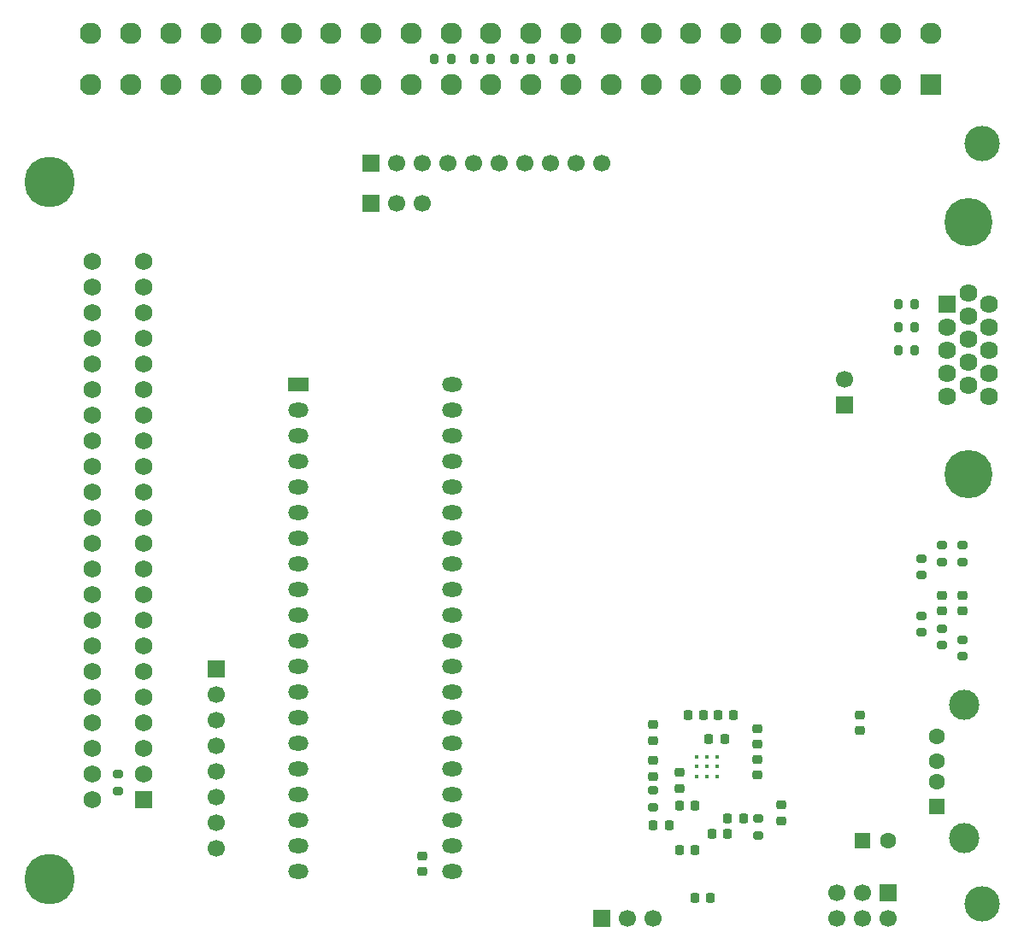
<source format=gbs>
G04 #@! TF.GenerationSoftware,KiCad,Pcbnew,9.0.7*
G04 #@! TF.CreationDate,2026-02-02T16:02:05+11:00*
G04 #@! TF.ProjectId,FlashCartProgrammer,466c6173-6843-4617-9274-50726f677261,rev?*
G04 #@! TF.SameCoordinates,Original*
G04 #@! TF.FileFunction,Soldermask,Bot*
G04 #@! TF.FilePolarity,Negative*
%FSLAX46Y46*%
G04 Gerber Fmt 4.6, Leading zero omitted, Abs format (unit mm)*
G04 Created by KiCad (PCBNEW 9.0.7) date 2026-02-02 16:02:05*
%MOMM*%
%LPD*%
G01*
G04 APERTURE LIST*
G04 Aperture macros list*
%AMRoundRect*
0 Rectangle with rounded corners*
0 $1 Rounding radius*
0 $2 $3 $4 $5 $6 $7 $8 $9 X,Y pos of 4 corners*
0 Add a 4 corners polygon primitive as box body*
4,1,4,$2,$3,$4,$5,$6,$7,$8,$9,$2,$3,0*
0 Add four circle primitives for the rounded corners*
1,1,$1+$1,$2,$3*
1,1,$1+$1,$4,$5*
1,1,$1+$1,$6,$7*
1,1,$1+$1,$8,$9*
0 Add four rect primitives between the rounded corners*
20,1,$1+$1,$2,$3,$4,$5,0*
20,1,$1+$1,$4,$5,$6,$7,0*
20,1,$1+$1,$6,$7,$8,$9,0*
20,1,$1+$1,$8,$9,$2,$3,0*%
G04 Aperture macros list end*
%ADD10C,4.770000*%
%ADD11R,1.785000X1.785000*%
%ADD12C,1.785000*%
%ADD13R,1.700000X1.700000*%
%ADD14C,1.700000*%
%ADD15C,3.500000*%
%ADD16C,0.425000*%
%ADD17RoundRect,0.250000X-0.550000X-0.550000X0.550000X-0.550000X0.550000X0.550000X-0.550000X0.550000X0*%
%ADD18C,1.600000*%
%ADD19R,2.130000X2.130000*%
%ADD20C,2.130000*%
%ADD21C,5.000000*%
%ADD22C,1.750000*%
%ADD23R,1.500000X1.600000*%
%ADD24C,3.000000*%
%ADD25R,2.000000X1.440000*%
%ADD26O,2.000000X1.440000*%
%ADD27RoundRect,0.225000X0.250000X-0.225000X0.250000X0.225000X-0.250000X0.225000X-0.250000X-0.225000X0*%
%ADD28RoundRect,0.225000X-0.250000X0.225000X-0.250000X-0.225000X0.250000X-0.225000X0.250000X0.225000X0*%
%ADD29RoundRect,0.200000X0.200000X0.275000X-0.200000X0.275000X-0.200000X-0.275000X0.200000X-0.275000X0*%
%ADD30RoundRect,0.200000X0.275000X-0.200000X0.275000X0.200000X-0.275000X0.200000X-0.275000X-0.200000X0*%
%ADD31RoundRect,0.225000X-0.225000X-0.250000X0.225000X-0.250000X0.225000X0.250000X-0.225000X0.250000X0*%
%ADD32RoundRect,0.200000X-0.275000X0.200000X-0.275000X-0.200000X0.275000X-0.200000X0.275000X0.200000X0*%
%ADD33RoundRect,0.225000X0.225000X0.250000X-0.225000X0.250000X-0.225000X-0.250000X0.225000X-0.250000X0*%
G04 APERTURE END LIST*
D10*
X189630000Y-102290000D03*
X189630000Y-77300000D03*
D11*
X187530000Y-85480000D03*
D12*
X187530000Y-87770000D03*
X187530000Y-90060000D03*
X187530000Y-92350000D03*
X187530000Y-94640000D03*
X189630000Y-84340000D03*
X189630000Y-86630000D03*
X189630000Y-88920000D03*
X189630000Y-91210000D03*
X189630000Y-93500000D03*
X191710000Y-85480000D03*
X191710000Y-87770000D03*
X191710000Y-90060000D03*
X191710000Y-92350000D03*
X191710000Y-94640000D03*
D13*
X130470000Y-75500000D03*
D14*
X133010000Y-75500000D03*
X135550000Y-75500000D03*
D13*
X153330000Y-146370000D03*
D14*
X155870000Y-146370000D03*
X158410000Y-146370000D03*
D13*
X177335000Y-95460000D03*
D14*
X177335000Y-92920000D03*
D15*
X190960000Y-144850000D03*
D13*
X181710000Y-143830000D03*
D14*
X181710000Y-146370000D03*
X179170000Y-143830000D03*
X179170000Y-146370000D03*
X176630000Y-143830000D03*
X176630000Y-146370000D03*
D16*
X164740035Y-130293363D03*
X163740035Y-130293363D03*
X162740035Y-130293363D03*
X164740035Y-131293363D03*
X163740035Y-131293363D03*
X162740035Y-131293363D03*
X164740035Y-132293363D03*
X163740035Y-132293363D03*
X162740035Y-132293363D03*
D17*
X179170000Y-138620000D03*
D18*
X181670000Y-138620000D03*
D19*
X185910000Y-63700000D03*
D20*
X181950000Y-63700000D03*
X177990000Y-63700000D03*
X174030000Y-63700000D03*
X170070000Y-63700000D03*
X166110000Y-63700000D03*
X162150000Y-63700000D03*
X158190000Y-63700000D03*
X154230000Y-63700000D03*
X150270000Y-63700000D03*
X146310000Y-63700000D03*
X142350000Y-63700000D03*
X138390000Y-63700000D03*
X134430000Y-63700000D03*
X130470000Y-63700000D03*
X126510000Y-63700000D03*
X122550000Y-63700000D03*
X118590000Y-63700000D03*
X114630000Y-63700000D03*
X110670000Y-63700000D03*
X106710000Y-63700000D03*
X102700000Y-63700000D03*
X185910000Y-58620000D03*
X181950000Y-58620000D03*
X177990000Y-58620000D03*
X174030000Y-58620000D03*
X170070000Y-58620000D03*
X166110000Y-58620000D03*
X162150000Y-58620000D03*
X158190000Y-58620000D03*
X154230000Y-58620000D03*
X150270000Y-58620000D03*
X146310000Y-58620000D03*
X142350000Y-58620000D03*
X138390000Y-58620000D03*
X134430000Y-58620000D03*
X130470000Y-58620000D03*
X126510000Y-58620000D03*
X122550000Y-58620000D03*
X118590000Y-58620000D03*
X114630000Y-58620000D03*
X110670000Y-58620000D03*
X106710000Y-58620000D03*
X102700000Y-58620000D03*
D15*
X190960000Y-69570000D03*
D13*
X130470000Y-71500000D03*
D14*
X133010000Y-71500000D03*
X135550000Y-71500000D03*
X138090000Y-71500000D03*
X140630000Y-71500000D03*
X143170000Y-71500000D03*
X145710000Y-71500000D03*
X148250000Y-71500000D03*
X150790000Y-71500000D03*
X153330000Y-71500000D03*
D21*
X98629800Y-73381400D03*
X98629800Y-142471400D03*
D13*
X107969800Y-134596400D03*
D22*
X107969800Y-132056400D03*
X107969800Y-129516400D03*
X107969800Y-126976400D03*
X107969800Y-124436400D03*
X107969800Y-121896400D03*
X107969800Y-119356400D03*
X107969800Y-116816400D03*
X107969800Y-114276400D03*
X107969800Y-111736400D03*
X107969800Y-109196400D03*
X107969800Y-106656400D03*
X107969800Y-104116400D03*
X107969800Y-101576400D03*
X107969800Y-99036400D03*
X107969800Y-96496400D03*
X107969800Y-93956400D03*
X107969800Y-91416400D03*
X107969800Y-88876400D03*
X107969800Y-86336400D03*
X107969800Y-83796400D03*
X107969800Y-81256400D03*
X102889800Y-134596400D03*
X102889800Y-132056400D03*
X102889800Y-129516400D03*
X102889800Y-126976400D03*
X102889800Y-124436400D03*
X102889800Y-121896400D03*
X102889800Y-119356400D03*
X102889800Y-116816400D03*
X102889800Y-114276400D03*
X102889800Y-111736400D03*
X102889800Y-109196400D03*
X102889800Y-106656400D03*
X102889800Y-104116400D03*
X102889800Y-101576400D03*
X102889800Y-99036400D03*
X102889800Y-96496400D03*
X102889800Y-93956400D03*
X102889800Y-91416400D03*
X102889800Y-88876400D03*
X102889800Y-86336400D03*
X102889800Y-83796400D03*
X102889800Y-81256400D03*
D13*
X115120000Y-121610000D03*
D14*
X115120000Y-124150000D03*
X115120000Y-126690000D03*
X115120000Y-129230000D03*
X115120000Y-131770000D03*
X115120000Y-134310000D03*
X115120000Y-136850000D03*
X115120000Y-139390000D03*
D23*
X186530000Y-135270000D03*
D18*
X186530000Y-132770000D03*
X186530000Y-130770000D03*
X186530000Y-128270000D03*
D24*
X189240000Y-138340000D03*
X189240000Y-125200000D03*
D25*
X123260000Y-93400000D03*
D26*
X123260000Y-95940000D03*
X123260000Y-98480000D03*
X123260000Y-101020000D03*
X123260000Y-103560000D03*
X123260000Y-106100000D03*
X123260000Y-108640000D03*
X123260000Y-111180000D03*
X123260000Y-113720000D03*
X123260000Y-116260000D03*
X123260000Y-118800000D03*
X123260000Y-121340000D03*
X123260000Y-123880000D03*
X123260000Y-126420000D03*
X123260000Y-128960000D03*
X123260000Y-131500000D03*
X123260000Y-134040000D03*
X123260000Y-136580000D03*
X123260000Y-139120000D03*
X123260000Y-141660000D03*
X138500000Y-141660000D03*
X138500000Y-139120000D03*
X138500000Y-136580000D03*
X138500000Y-134040000D03*
X138500000Y-131500000D03*
X138500000Y-128960000D03*
X138500000Y-126420000D03*
X138500000Y-123880000D03*
X138500000Y-121340000D03*
X138500000Y-118800000D03*
X138500000Y-116260000D03*
X138500000Y-113720000D03*
X138500000Y-111180000D03*
X138500000Y-108640000D03*
X138500000Y-106100000D03*
X138500000Y-103560000D03*
X138500000Y-101020000D03*
X138500000Y-98480000D03*
X138500000Y-95940000D03*
X138500000Y-93400000D03*
D27*
X171090035Y-136639863D03*
X171090035Y-135089863D03*
D28*
X168740035Y-127539863D03*
X168740035Y-129089863D03*
D29*
X142350000Y-61160000D03*
X140700000Y-61160000D03*
D28*
X158440035Y-127139863D03*
X158440035Y-128689863D03*
D30*
X189013412Y-110990000D03*
X189013412Y-109340000D03*
D31*
X165790035Y-136439863D03*
X167340035Y-136439863D03*
D32*
X187010000Y-117590000D03*
X187010000Y-119240000D03*
D33*
X163415035Y-126139863D03*
X161865035Y-126139863D03*
D29*
X138390000Y-61160000D03*
X136740000Y-61160000D03*
D32*
X185010000Y-116340000D03*
X185010000Y-117990000D03*
D29*
X184320000Y-90060000D03*
X182670000Y-90060000D03*
D32*
X189013412Y-118690000D03*
X189013412Y-120340000D03*
D29*
X184320000Y-87770000D03*
X182670000Y-87770000D03*
D31*
X162541035Y-144327363D03*
X164091035Y-144327363D03*
D33*
X165490035Y-128589863D03*
X163940035Y-128589863D03*
D28*
X168740035Y-130539863D03*
X168740035Y-132089863D03*
D33*
X159990035Y-137064863D03*
X158440035Y-137064863D03*
D31*
X160990035Y-139577363D03*
X162540035Y-139577363D03*
D33*
X165790035Y-137939863D03*
X164240035Y-137939863D03*
D27*
X160990035Y-133439863D03*
X160990035Y-131889863D03*
D28*
X135500000Y-140110000D03*
X135500000Y-141660000D03*
D30*
X158440035Y-135289863D03*
X158440035Y-133639863D03*
D32*
X168840035Y-136439863D03*
X168840035Y-138089863D03*
D31*
X164840035Y-126139863D03*
X166390035Y-126139863D03*
D27*
X187010000Y-115840000D03*
X187010000Y-114290000D03*
X189010000Y-115840000D03*
X189010000Y-114290000D03*
X158440035Y-132239863D03*
X158440035Y-130689863D03*
D30*
X105429800Y-133706400D03*
X105429800Y-132056400D03*
D29*
X184320000Y-85480000D03*
X182670000Y-85480000D03*
X146310000Y-61160000D03*
X144660000Y-61160000D03*
D30*
X185010000Y-112315000D03*
X185010000Y-110665000D03*
X187010000Y-110990000D03*
X187010000Y-109340000D03*
D31*
X160990035Y-135189863D03*
X162540035Y-135189863D03*
D27*
X178891035Y-127689863D03*
X178891035Y-126139863D03*
D29*
X150270000Y-61160000D03*
X148620000Y-61160000D03*
M02*

</source>
